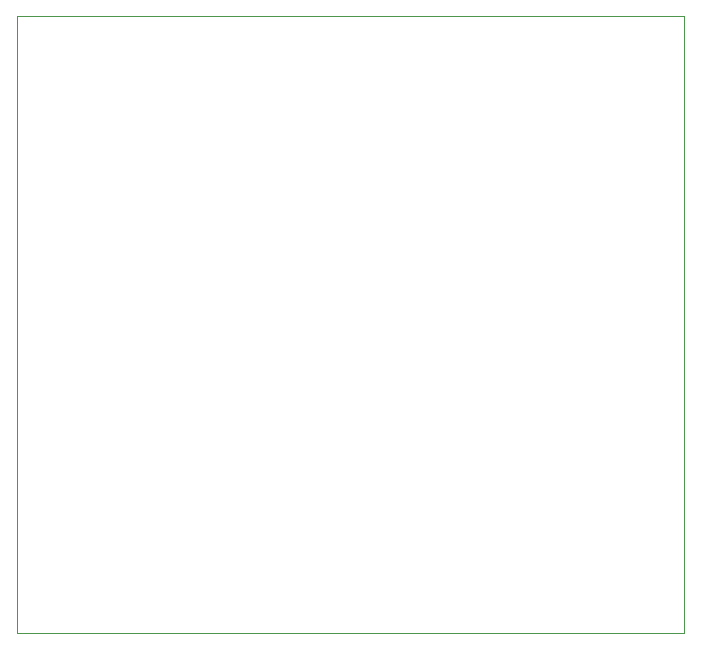
<source format=gbr>
%TF.GenerationSoftware,KiCad,Pcbnew,9.0.0*%
%TF.CreationDate,2025-10-14T15:59:35+02:00*%
%TF.ProjectId,1x1antenna,31783161-6e74-4656-9e6e-612e6b696361,rev?*%
%TF.SameCoordinates,Original*%
%TF.FileFunction,Profile,NP*%
%FSLAX46Y46*%
G04 Gerber Fmt 4.6, Leading zero omitted, Abs format (unit mm)*
G04 Created by KiCad (PCBNEW 9.0.0) date 2025-10-14 15:59:35*
%MOMM*%
%LPD*%
G01*
G04 APERTURE LIST*
%TA.AperFunction,Profile*%
%ADD10C,0.050000*%
%TD*%
G04 APERTURE END LIST*
D10*
X73650000Y-43500000D02*
X130150000Y-43500000D01*
X130150000Y-95800000D01*
X73650000Y-95800000D01*
X73650000Y-43500000D01*
M02*

</source>
